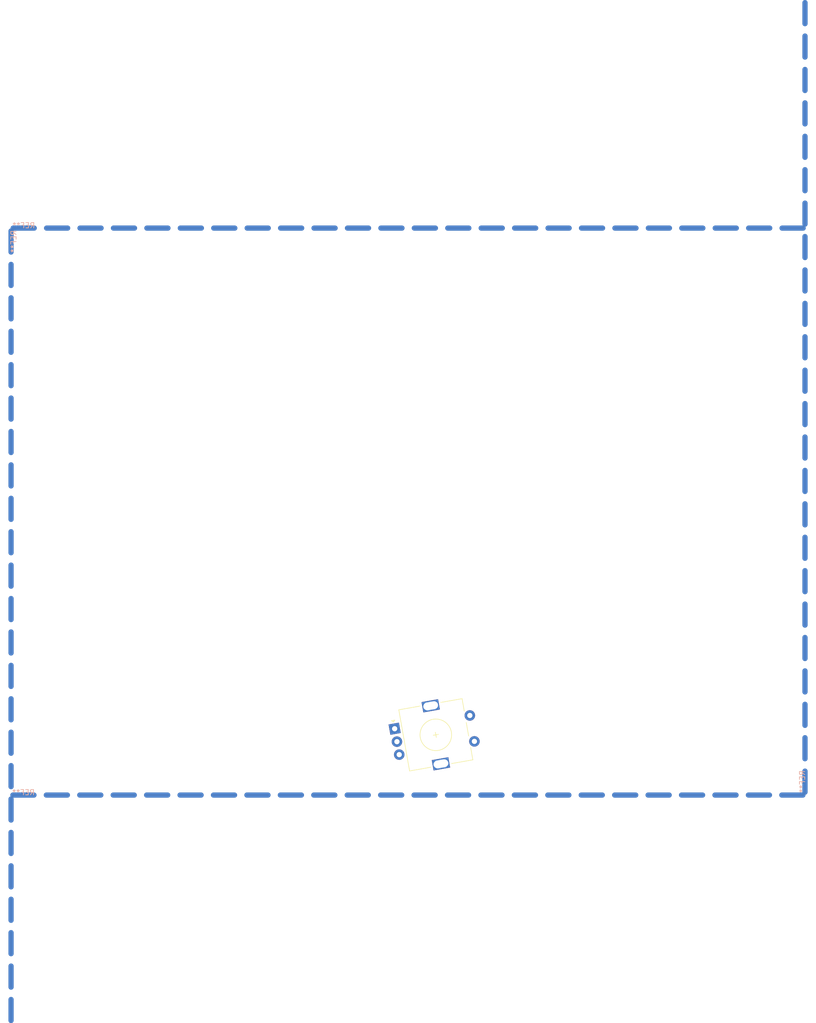
<source format=kicad_pcb>
(kicad_pcb (version 20171130) (host pcbnew 5.1.5+dfsg1-2build2)

  (general
    (thickness 1.6)
    (drawings 106)
    (tracks 0)
    (zones 0)
    (modules 26)
    (nets 6)
  )

  (page A4)
  (layers
    (0 F.Cu signal)
    (31 B.Cu signal)
    (32 B.Adhes user hide)
    (33 F.Adhes user hide)
    (34 B.Paste user hide)
    (35 F.Paste user hide)
    (36 B.SilkS user hide)
    (37 F.SilkS user hide)
    (38 B.Mask user hide)
    (39 F.Mask user hide)
    (40 Dwgs.User user hide)
    (41 Cmts.User user hide)
    (42 Eco1.User user hide)
    (43 Eco2.User user)
    (44 Edge.Cuts user)
    (45 Margin user hide)
    (46 B.CrtYd user hide)
    (47 F.CrtYd user)
    (48 B.Fab user hide)
    (49 F.Fab user hide)
  )

  (setup
    (last_trace_width 0.35)
    (trace_clearance 0.25)
    (zone_clearance 0.508)
    (zone_45_only no)
    (trace_min 0.3)
    (via_size 0.8)
    (via_drill 0.4)
    (via_min_size 0.5)
    (via_min_drill 0.4)
    (uvia_size 0.3)
    (uvia_drill 0.1)
    (uvias_allowed no)
    (uvia_min_size 0.2)
    (uvia_min_drill 0.1)
    (edge_width 0.05)
    (segment_width 0.2)
    (pcb_text_width 0.3)
    (pcb_text_size 1.5 1.5)
    (mod_edge_width 0.12)
    (mod_text_size 1 1)
    (mod_text_width 0.15)
    (pad_size 1.524 1.524)
    (pad_drill 0.762)
    (pad_to_mask_clearance 0.051)
    (solder_mask_min_width 0.25)
    (aux_axis_origin 0 0)
    (visible_elements FFFFF77F)
    (pcbplotparams
      (layerselection 0x010fc_ffffffff)
      (usegerberextensions false)
      (usegerberattributes false)
      (usegerberadvancedattributes false)
      (creategerberjobfile false)
      (excludeedgelayer true)
      (linewidth 0.100000)
      (plotframeref false)
      (viasonmask false)
      (mode 1)
      (useauxorigin false)
      (hpglpennumber 1)
      (hpglpenspeed 20)
      (hpglpendiameter 15.000000)
      (psnegative false)
      (psa4output false)
      (plotreference true)
      (plotvalue true)
      (plotinvisibletext false)
      (padsonsilk false)
      (subtractmaskfromsilk false)
      (outputformat 1)
      (mirror false)
      (drillshape 1)
      (scaleselection 1)
      (outputdirectory ""))
  )

  (net 0 "")
  (net 1 "Net-(D3-Pad1)")
  (net 2 "Net-(D13-Pad1)")
  (net 3 "Net-(D23-Pad2)")
  (net 4 Row3)
  (net 5 Col2)

  (net_class Default "This is the default net class."
    (clearance 0.25)
    (trace_width 0.35)
    (via_dia 0.8)
    (via_drill 0.4)
    (uvia_dia 0.3)
    (uvia_drill 0.1)
    (diff_pair_width 0.3)
    (diff_pair_gap 0.25)
    (add_net Col2)
    (add_net "Net-(D13-Pad1)")
    (add_net "Net-(D23-Pad2)")
    (add_net "Net-(D3-Pad1)")
    (add_net Row3)
  )

  (net_class Power ""
    (clearance 0.25)
    (trace_width 0.45)
    (via_dia 1)
    (via_drill 0.4)
    (uvia_dia 0.3)
    (uvia_drill 0.1)
    (diff_pair_width 0.3)
    (diff_pair_gap 0.25)
  )

  (module Digi:Long_Pad_single_sided (layer B.Cu) (tedit 5F2CBB43) (tstamp 5F2E7962)
    (at 64.4 45.5 270)
    (fp_text reference REF** (at 0 -0.5 90) (layer B.SilkS)
      (effects (font (size 1 1) (thickness 0.15)) (justify mirror))
    )
    (fp_text value Long_Pad_single_sided (at 0 0.5 90) (layer B.Fab)
      (effects (font (size 1 1) (thickness 0.15)) (justify mirror))
    )
    (pad 1 smd oval (at 0 0 270) (size 5 1) (layers B.Cu B.Paste B.Mask))
    (pad 1 smd oval (at 6.35 0 270) (size 5 1) (layers B.Cu B.Paste B.Mask))
    (pad 1 smd oval (at 12.7 0 270) (size 5 1) (layers B.Cu B.Paste B.Mask))
    (pad 1 smd oval (at 19.05 0 270) (size 5 1) (layers B.Cu B.Paste B.Mask))
    (pad 1 smd oval (at 25.4 0 270) (size 5 1) (layers B.Cu B.Paste B.Mask))
    (pad 1 smd oval (at 31.75 0 270) (size 5 1) (layers B.Cu B.Paste B.Mask))
    (pad 1 smd oval (at 38.1 0 270) (size 5 1) (layers B.Cu B.Paste B.Mask))
    (pad 1 smd oval (at 44.45 0 270) (size 5 1) (layers B.Cu B.Paste B.Mask))
    (pad 1 smd oval (at 50.8 0 270) (size 5 1) (layers B.Cu B.Paste B.Mask))
    (pad 1 smd oval (at 57.15 0 270) (size 5 1) (layers B.Cu B.Paste B.Mask))
    (pad 1 smd oval (at 63.5 0 270) (size 5 1) (layers B.Cu B.Paste B.Mask))
    (pad 1 smd oval (at 69.85 0 270) (size 5 1) (layers B.Cu B.Paste B.Mask))
    (pad 1 smd oval (at 76.2 0 270) (size 5 1) (layers B.Cu B.Paste B.Mask))
    (pad 1 smd oval (at 82.55 0 270) (size 5 1) (layers B.Cu B.Paste B.Mask))
    (pad 1 smd oval (at 88.9 0 270) (size 5 1) (layers B.Cu B.Paste B.Mask))
    (pad 1 smd oval (at 95.25 0 270) (size 5 1) (layers B.Cu B.Paste B.Mask))
    (pad 1 smd oval (at 101.6 0 270) (size 5 1) (layers B.Cu B.Paste B.Mask))
    (pad 1 smd oval (at 107.95 0 270) (size 5 1) (layers B.Cu B.Paste B.Mask))
    (pad 1 smd oval (at 114.3 0 270) (size 5 1) (layers B.Cu B.Paste B.Mask))
    (pad 1 smd oval (at 120.65 0 270) (size 5 1) (layers B.Cu B.Paste B.Mask))
    (pad 1 smd oval (at 127 0 270) (size 5 1) (layers B.Cu B.Paste B.Mask))
    (pad 1 smd oval (at 133.35 0 270) (size 5 1) (layers B.Cu B.Paste B.Mask))
    (pad 1 smd oval (at 139.7 0 270) (size 5 1) (layers B.Cu B.Paste B.Mask))
    (pad 1 smd oval (at 146.05 0 270) (size 5 1) (layers B.Cu B.Paste B.Mask))
  )

  (module Digi:Long_Pad_single_sided (layer B.Cu) (tedit 5F2CBB43) (tstamp 5F2E7962)
    (at 215.2 148.15 90)
    (fp_text reference REF** (at 0 -0.5 90) (layer B.SilkS)
      (effects (font (size 1 1) (thickness 0.15)) (justify mirror))
    )
    (fp_text value Long_Pad_single_sided (at 0 0.5 90) (layer B.Fab)
      (effects (font (size 1 1) (thickness 0.15)) (justify mirror))
    )
    (pad 1 smd oval (at 0 0 90) (size 5 1) (layers B.Cu B.Paste B.Mask))
    (pad 1 smd oval (at 6.35 0 90) (size 5 1) (layers B.Cu B.Paste B.Mask))
    (pad 1 smd oval (at 12.7 0 90) (size 5 1) (layers B.Cu B.Paste B.Mask))
    (pad 1 smd oval (at 19.05 0 90) (size 5 1) (layers B.Cu B.Paste B.Mask))
    (pad 1 smd oval (at 25.4 0 90) (size 5 1) (layers B.Cu B.Paste B.Mask))
    (pad 1 smd oval (at 31.75 0 90) (size 5 1) (layers B.Cu B.Paste B.Mask))
    (pad 1 smd oval (at 38.1 0 90) (size 5 1) (layers B.Cu B.Paste B.Mask))
    (pad 1 smd oval (at 44.45 0 90) (size 5 1) (layers B.Cu B.Paste B.Mask))
    (pad 1 smd oval (at 50.8 0 90) (size 5 1) (layers B.Cu B.Paste B.Mask))
    (pad 1 smd oval (at 57.15 0 90) (size 5 1) (layers B.Cu B.Paste B.Mask))
    (pad 1 smd oval (at 63.5 0 90) (size 5 1) (layers B.Cu B.Paste B.Mask))
    (pad 1 smd oval (at 69.85 0 90) (size 5 1) (layers B.Cu B.Paste B.Mask))
    (pad 1 smd oval (at 76.2 0 90) (size 5 1) (layers B.Cu B.Paste B.Mask))
    (pad 1 smd oval (at 82.55 0 90) (size 5 1) (layers B.Cu B.Paste B.Mask))
    (pad 1 smd oval (at 88.9 0 90) (size 5 1) (layers B.Cu B.Paste B.Mask))
    (pad 1 smd oval (at 95.25 0 90) (size 5 1) (layers B.Cu B.Paste B.Mask))
    (pad 1 smd oval (at 101.6 0 90) (size 5 1) (layers B.Cu B.Paste B.Mask))
    (pad 1 smd oval (at 107.95 0 90) (size 5 1) (layers B.Cu B.Paste B.Mask))
    (pad 1 smd oval (at 114.3 0 90) (size 5 1) (layers B.Cu B.Paste B.Mask))
    (pad 1 smd oval (at 120.65 0 90) (size 5 1) (layers B.Cu B.Paste B.Mask))
    (pad 1 smd oval (at 127 0 90) (size 5 1) (layers B.Cu B.Paste B.Mask))
    (pad 1 smd oval (at 133.35 0 90) (size 5 1) (layers B.Cu B.Paste B.Mask))
    (pad 1 smd oval (at 139.7 0 90) (size 5 1) (layers B.Cu B.Paste B.Mask))
    (pad 1 smd oval (at 146.05 0 90) (size 5 1) (layers B.Cu B.Paste B.Mask))
  )

  (module Digi:Long_Pad_single_sided (layer B.Cu) (tedit 5F2CBB43) (tstamp 5F2E7962)
    (at 66.75 150.7)
    (fp_text reference REF** (at 0 -0.5) (layer B.SilkS)
      (effects (font (size 1 1) (thickness 0.15)) (justify mirror))
    )
    (fp_text value Long_Pad_single_sided (at 0 0.5) (layer B.Fab)
      (effects (font (size 1 1) (thickness 0.15)) (justify mirror))
    )
    (pad 1 smd oval (at 0 0) (size 5 1) (layers B.Cu B.Paste B.Mask))
    (pad 1 smd oval (at 6.35 0) (size 5 1) (layers B.Cu B.Paste B.Mask))
    (pad 1 smd oval (at 12.7 0) (size 5 1) (layers B.Cu B.Paste B.Mask))
    (pad 1 smd oval (at 19.05 0) (size 5 1) (layers B.Cu B.Paste B.Mask))
    (pad 1 smd oval (at 25.4 0) (size 5 1) (layers B.Cu B.Paste B.Mask))
    (pad 1 smd oval (at 31.75 0) (size 5 1) (layers B.Cu B.Paste B.Mask))
    (pad 1 smd oval (at 38.1 0) (size 5 1) (layers B.Cu B.Paste B.Mask))
    (pad 1 smd oval (at 44.45 0) (size 5 1) (layers B.Cu B.Paste B.Mask))
    (pad 1 smd oval (at 50.8 0) (size 5 1) (layers B.Cu B.Paste B.Mask))
    (pad 1 smd oval (at 57.15 0) (size 5 1) (layers B.Cu B.Paste B.Mask))
    (pad 1 smd oval (at 63.5 0) (size 5 1) (layers B.Cu B.Paste B.Mask))
    (pad 1 smd oval (at 69.85 0) (size 5 1) (layers B.Cu B.Paste B.Mask))
    (pad 1 smd oval (at 76.2 0) (size 5 1) (layers B.Cu B.Paste B.Mask))
    (pad 1 smd oval (at 82.55 0) (size 5 1) (layers B.Cu B.Paste B.Mask))
    (pad 1 smd oval (at 88.9 0) (size 5 1) (layers B.Cu B.Paste B.Mask))
    (pad 1 smd oval (at 95.25 0) (size 5 1) (layers B.Cu B.Paste B.Mask))
    (pad 1 smd oval (at 101.6 0) (size 5 1) (layers B.Cu B.Paste B.Mask))
    (pad 1 smd oval (at 107.95 0) (size 5 1) (layers B.Cu B.Paste B.Mask))
    (pad 1 smd oval (at 114.3 0) (size 5 1) (layers B.Cu B.Paste B.Mask))
    (pad 1 smd oval (at 120.65 0) (size 5 1) (layers B.Cu B.Paste B.Mask))
    (pad 1 smd oval (at 127 0) (size 5 1) (layers B.Cu B.Paste B.Mask))
    (pad 1 smd oval (at 133.35 0) (size 5 1) (layers B.Cu B.Paste B.Mask))
    (pad 1 smd oval (at 139.7 0) (size 5 1) (layers B.Cu B.Paste B.Mask))
    (pad 1 smd oval (at 146.05 0) (size 5 1) (layers B.Cu B.Paste B.Mask))
  )

  (module Digi:Long_Pad_single_sided (layer B.Cu) (tedit 5F2CBB43) (tstamp 5F2E7960)
    (at 66.8 42.95)
    (fp_text reference REF** (at 0 -0.5) (layer B.SilkS)
      (effects (font (size 1 1) (thickness 0.15)) (justify mirror))
    )
    (fp_text value Long_Pad_single_sided (at 0 0.5) (layer B.Fab)
      (effects (font (size 1 1) (thickness 0.15)) (justify mirror))
    )
    (pad 1 smd oval (at 146.05 0) (size 5 1) (layers B.Cu B.Paste B.Mask))
    (pad 1 smd oval (at 139.7 0) (size 5 1) (layers B.Cu B.Paste B.Mask))
    (pad 1 smd oval (at 133.35 0) (size 5 1) (layers B.Cu B.Paste B.Mask))
    (pad 1 smd oval (at 127 0) (size 5 1) (layers B.Cu B.Paste B.Mask))
    (pad 1 smd oval (at 120.65 0) (size 5 1) (layers B.Cu B.Paste B.Mask))
    (pad 1 smd oval (at 114.3 0) (size 5 1) (layers B.Cu B.Paste B.Mask))
    (pad 1 smd oval (at 107.95 0) (size 5 1) (layers B.Cu B.Paste B.Mask))
    (pad 1 smd oval (at 101.6 0) (size 5 1) (layers B.Cu B.Paste B.Mask))
    (pad 1 smd oval (at 95.25 0) (size 5 1) (layers B.Cu B.Paste B.Mask))
    (pad 1 smd oval (at 88.9 0) (size 5 1) (layers B.Cu B.Paste B.Mask))
    (pad 1 smd oval (at 82.55 0) (size 5 1) (layers B.Cu B.Paste B.Mask))
    (pad 1 smd oval (at 76.2 0) (size 5 1) (layers B.Cu B.Paste B.Mask))
    (pad 1 smd oval (at 69.85 0) (size 5 1) (layers B.Cu B.Paste B.Mask))
    (pad 1 smd oval (at 63.5 0) (size 5 1) (layers B.Cu B.Paste B.Mask))
    (pad 1 smd oval (at 57.15 0) (size 5 1) (layers B.Cu B.Paste B.Mask))
    (pad 1 smd oval (at 50.8 0) (size 5 1) (layers B.Cu B.Paste B.Mask))
    (pad 1 smd oval (at 44.45 0) (size 5 1) (layers B.Cu B.Paste B.Mask))
    (pad 1 smd oval (at 38.1 0) (size 5 1) (layers B.Cu B.Paste B.Mask))
    (pad 1 smd oval (at 31.75 0) (size 5 1) (layers B.Cu B.Paste B.Mask))
    (pad 1 smd oval (at 25.4 0) (size 5 1) (layers B.Cu B.Paste B.Mask))
    (pad 1 smd oval (at 19.05 0) (size 5 1) (layers B.Cu B.Paste B.Mask))
    (pad 1 smd oval (at 12.7 0) (size 5 1) (layers B.Cu B.Paste B.Mask))
    (pad 1 smd oval (at 6.35 0) (size 5 1) (layers B.Cu B.Paste B.Mask))
    (pad 1 smd oval (at 0 0) (size 5 1) (layers B.Cu B.Paste B.Mask))
  )

  (module Digi:Plate-1u locked (layer F.Cu) (tedit 5F2B95C2) (tstamp 5F2BC38B)
    (at 76.65 74.6)
    (path /5E1AA260)
    (fp_text reference K0 (at 0 3.175) (layer F.SilkS) hide
      (effects (font (size 1.27 1.524) (thickness 0.2032)))
    )
    (fp_text value K00 (at 0 5.08) (layer F.SilkS) hide
      (effects (font (size 1.27 1.524) (thickness 0.2032)))
    )
    (fp_line (start -6.985 6.985) (end -6.985 -6.985) (layer Eco2.User) (width 0.1524))
    (fp_line (start 6.985 6.985) (end -6.985 6.985) (layer Eco2.User) (width 0.1524))
    (fp_line (start 6.985 -6.985) (end 6.985 6.985) (layer Eco2.User) (width 0.1524))
    (fp_line (start -6.985 -6.985) (end 6.985 -6.985) (layer Eco2.User) (width 0.1524))
    (fp_line (start -9.398 9.398) (end -9.398 -9.398) (layer Dwgs.User) (width 0.1524))
    (fp_line (start 9.398 9.398) (end -9.398 9.398) (layer Dwgs.User) (width 0.1524))
    (fp_line (start 9.398 -9.398) (end 9.398 9.398) (layer Dwgs.User) (width 0.1524))
    (fp_line (start -9.398 -9.398) (end 9.398 -9.398) (layer Dwgs.User) (width 0.1524))
    (model /Users/danny/Documents/proj/custom-keyboard/kicad-libs/3d_models/mx-switch.wrl
      (offset (xyz 7.4675998878479 7.4675998878479 5.943599910736085))
      (scale (xyz 0.4 0.4 0.4))
      (rotate (xyz 270 0 180))
    )
    (model /Users/danny/Documents/proj/custom-keyboard/kicad-libs/3d_models/SA-R3-1u.wrl
      (offset (xyz 0 0 11.93799982070923))
      (scale (xyz 0.394 0.394 0.394))
      (rotate (xyz 270 0 0))
    )
  )

  (module Digi:Plate-1u locked (layer F.Cu) (tedit 5F2B95C2) (tstamp 5F2BC3B2)
    (at 76.65 93.65)
    (path /5E1AA21A)
    (fp_text reference K1 (at 0 3.175) (layer F.SilkS) hide
      (effects (font (size 1.27 1.524) (thickness 0.2032)))
    )
    (fp_text value K01 (at 0 5.08) (layer F.SilkS) hide
      (effects (font (size 1.27 1.524) (thickness 0.2032)))
    )
    (fp_line (start -6.985 6.985) (end -6.985 -6.985) (layer Eco2.User) (width 0.1524))
    (fp_line (start 6.985 6.985) (end -6.985 6.985) (layer Eco2.User) (width 0.1524))
    (fp_line (start 6.985 -6.985) (end 6.985 6.985) (layer Eco2.User) (width 0.1524))
    (fp_line (start -6.985 -6.985) (end 6.985 -6.985) (layer Eco2.User) (width 0.1524))
    (fp_line (start -9.398 9.398) (end -9.398 -9.398) (layer Dwgs.User) (width 0.1524))
    (fp_line (start 9.398 9.398) (end -9.398 9.398) (layer Dwgs.User) (width 0.1524))
    (fp_line (start 9.398 -9.398) (end 9.398 9.398) (layer Dwgs.User) (width 0.1524))
    (fp_line (start -9.398 -9.398) (end 9.398 -9.398) (layer Dwgs.User) (width 0.1524))
    (model /Users/danny/Documents/proj/custom-keyboard/kicad-libs/3d_models/mx-switch.wrl
      (offset (xyz 7.4675998878479 7.4675998878479 5.943599910736085))
      (scale (xyz 0.4 0.4 0.4))
      (rotate (xyz 270 0 180))
    )
    (model /Users/danny/Documents/proj/custom-keyboard/kicad-libs/3d_models/SA-R3-1u.wrl
      (offset (xyz 0 0 11.93799982070923))
      (scale (xyz 0.394 0.394 0.394))
      (rotate (xyz 270 0 0))
    )
  )

  (module Digi:Plate-1u locked (layer F.Cu) (tedit 5F2B95C2) (tstamp 5F2BC3D9)
    (at 76.65 112.7)
    (path /5E1AA1BA)
    (fp_text reference K2 (at 0 3.175) (layer F.SilkS) hide
      (effects (font (size 1.27 1.524) (thickness 0.2032)))
    )
    (fp_text value K02 (at 0 5.08) (layer F.SilkS) hide
      (effects (font (size 1.27 1.524) (thickness 0.2032)))
    )
    (fp_line (start -6.985 6.985) (end -6.985 -6.985) (layer Eco2.User) (width 0.1524))
    (fp_line (start 6.985 6.985) (end -6.985 6.985) (layer Eco2.User) (width 0.1524))
    (fp_line (start 6.985 -6.985) (end 6.985 6.985) (layer Eco2.User) (width 0.1524))
    (fp_line (start -6.985 -6.985) (end 6.985 -6.985) (layer Eco2.User) (width 0.1524))
    (fp_line (start -9.398 9.398) (end -9.398 -9.398) (layer Dwgs.User) (width 0.1524))
    (fp_line (start 9.398 9.398) (end -9.398 9.398) (layer Dwgs.User) (width 0.1524))
    (fp_line (start 9.398 -9.398) (end 9.398 9.398) (layer Dwgs.User) (width 0.1524))
    (fp_line (start -9.398 -9.398) (end 9.398 -9.398) (layer Dwgs.User) (width 0.1524))
    (model /Users/danny/Documents/proj/custom-keyboard/kicad-libs/3d_models/mx-switch.wrl
      (offset (xyz 7.4675998878479 7.4675998878479 5.943599910736085))
      (scale (xyz 0.4 0.4 0.4))
      (rotate (xyz 270 0 180))
    )
    (model /Users/danny/Documents/proj/custom-keyboard/kicad-libs/3d_models/SA-R3-1u.wrl
      (offset (xyz 0 0 11.93799982070923))
      (scale (xyz 0.394 0.394 0.394))
      (rotate (xyz 270 0 0))
    )
  )

  (module Digi:Plate-1u locked (layer F.Cu) (tedit 5F2B95C2) (tstamp 5F2BC400)
    (at 95.7 74.6)
    (path /5F2E8D90)
    (fp_text reference K10 (at 0 3.175) (layer F.SilkS) hide
      (effects (font (size 1.27 1.524) (thickness 0.2032)))
    )
    (fp_text value K10 (at 0 5.08) (layer F.SilkS) hide
      (effects (font (size 1.27 1.524) (thickness 0.2032)))
    )
    (fp_line (start -6.985 6.985) (end -6.985 -6.985) (layer Eco2.User) (width 0.1524))
    (fp_line (start 6.985 6.985) (end -6.985 6.985) (layer Eco2.User) (width 0.1524))
    (fp_line (start 6.985 -6.985) (end 6.985 6.985) (layer Eco2.User) (width 0.1524))
    (fp_line (start -6.985 -6.985) (end 6.985 -6.985) (layer Eco2.User) (width 0.1524))
    (fp_line (start -9.398 9.398) (end -9.398 -9.398) (layer Dwgs.User) (width 0.1524))
    (fp_line (start 9.398 9.398) (end -9.398 9.398) (layer Dwgs.User) (width 0.1524))
    (fp_line (start 9.398 -9.398) (end 9.398 9.398) (layer Dwgs.User) (width 0.1524))
    (fp_line (start -9.398 -9.398) (end 9.398 -9.398) (layer Dwgs.User) (width 0.1524))
    (model /Users/danny/Documents/proj/custom-keyboard/kicad-libs/3d_models/mx-switch.wrl
      (offset (xyz 7.4675998878479 7.4675998878479 5.943599910736085))
      (scale (xyz 0.4 0.4 0.4))
      (rotate (xyz 270 0 180))
    )
    (model /Users/danny/Documents/proj/custom-keyboard/kicad-libs/3d_models/SA-R3-1u.wrl
      (offset (xyz 0 0 11.93799982070923))
      (scale (xyz 0.394 0.394 0.394))
      (rotate (xyz 270 0 0))
    )
  )

  (module Digi:Plate-1u locked (layer F.Cu) (tedit 5F2B95C2) (tstamp 5F2BC427)
    (at 95.7 93.65)
    (path /5F2E8D89)
    (fp_text reference K11 (at 0 3.175) (layer F.SilkS) hide
      (effects (font (size 1.27 1.524) (thickness 0.2032)))
    )
    (fp_text value K11 (at 0 5.08) (layer F.SilkS) hide
      (effects (font (size 1.27 1.524) (thickness 0.2032)))
    )
    (fp_line (start -6.985 6.985) (end -6.985 -6.985) (layer Eco2.User) (width 0.1524))
    (fp_line (start 6.985 6.985) (end -6.985 6.985) (layer Eco2.User) (width 0.1524))
    (fp_line (start 6.985 -6.985) (end 6.985 6.985) (layer Eco2.User) (width 0.1524))
    (fp_line (start -6.985 -6.985) (end 6.985 -6.985) (layer Eco2.User) (width 0.1524))
    (fp_line (start -9.398 9.398) (end -9.398 -9.398) (layer Dwgs.User) (width 0.1524))
    (fp_line (start 9.398 9.398) (end -9.398 9.398) (layer Dwgs.User) (width 0.1524))
    (fp_line (start 9.398 -9.398) (end 9.398 9.398) (layer Dwgs.User) (width 0.1524))
    (fp_line (start -9.398 -9.398) (end 9.398 -9.398) (layer Dwgs.User) (width 0.1524))
    (model /Users/danny/Documents/proj/custom-keyboard/kicad-libs/3d_models/mx-switch.wrl
      (offset (xyz 7.4675998878479 7.4675998878479 5.943599910736085))
      (scale (xyz 0.4 0.4 0.4))
      (rotate (xyz 270 0 180))
    )
    (model /Users/danny/Documents/proj/custom-keyboard/kicad-libs/3d_models/SA-R3-1u.wrl
      (offset (xyz 0 0 11.93799982070923))
      (scale (xyz 0.394 0.394 0.394))
      (rotate (xyz 270 0 0))
    )
  )

  (module Digi:Plate-1u locked (layer F.Cu) (tedit 5F2B95C2) (tstamp 5F2BC44E)
    (at 95.7 112.7)
    (path /5F2E8D83)
    (fp_text reference K12 (at 0 3.175) (layer F.SilkS) hide
      (effects (font (size 1.27 1.524) (thickness 0.2032)))
    )
    (fp_text value K12 (at 0 5.08) (layer F.SilkS) hide
      (effects (font (size 1.27 1.524) (thickness 0.2032)))
    )
    (fp_line (start -6.985 6.985) (end -6.985 -6.985) (layer Eco2.User) (width 0.1524))
    (fp_line (start 6.985 6.985) (end -6.985 6.985) (layer Eco2.User) (width 0.1524))
    (fp_line (start 6.985 -6.985) (end 6.985 6.985) (layer Eco2.User) (width 0.1524))
    (fp_line (start -6.985 -6.985) (end 6.985 -6.985) (layer Eco2.User) (width 0.1524))
    (fp_line (start -9.398 9.398) (end -9.398 -9.398) (layer Dwgs.User) (width 0.1524))
    (fp_line (start 9.398 9.398) (end -9.398 9.398) (layer Dwgs.User) (width 0.1524))
    (fp_line (start 9.398 -9.398) (end 9.398 9.398) (layer Dwgs.User) (width 0.1524))
    (fp_line (start -9.398 -9.398) (end 9.398 -9.398) (layer Dwgs.User) (width 0.1524))
    (model /Users/danny/Documents/proj/custom-keyboard/kicad-libs/3d_models/mx-switch.wrl
      (offset (xyz 7.4675998878479 7.4675998878479 5.943599910736085))
      (scale (xyz 0.4 0.4 0.4))
      (rotate (xyz 270 0 180))
    )
    (model /Users/danny/Documents/proj/custom-keyboard/kicad-libs/3d_models/SA-R3-1u.wrl
      (offset (xyz 0 0 11.93799982070923))
      (scale (xyz 0.394 0.394 0.394))
      (rotate (xyz 270 0 0))
    )
  )

  (module Digi:Plate-1u locked (layer F.Cu) (tedit 5F2B95C2) (tstamp 5F2BC475)
    (at 114.75 62.03)
    (path /5F2EC260)
    (fp_text reference K20 (at 0 3.175) (layer F.SilkS) hide
      (effects (font (size 1.27 1.524) (thickness 0.2032)))
    )
    (fp_text value K20 (at 0 5.08) (layer F.SilkS) hide
      (effects (font (size 1.27 1.524) (thickness 0.2032)))
    )
    (fp_line (start -6.985 6.985) (end -6.985 -6.985) (layer Eco2.User) (width 0.1524))
    (fp_line (start 6.985 6.985) (end -6.985 6.985) (layer Eco2.User) (width 0.1524))
    (fp_line (start 6.985 -6.985) (end 6.985 6.985) (layer Eco2.User) (width 0.1524))
    (fp_line (start -6.985 -6.985) (end 6.985 -6.985) (layer Eco2.User) (width 0.1524))
    (fp_line (start -9.398 9.398) (end -9.398 -9.398) (layer Dwgs.User) (width 0.1524))
    (fp_line (start 9.398 9.398) (end -9.398 9.398) (layer Dwgs.User) (width 0.1524))
    (fp_line (start 9.398 -9.398) (end 9.398 9.398) (layer Dwgs.User) (width 0.1524))
    (fp_line (start -9.398 -9.398) (end 9.398 -9.398) (layer Dwgs.User) (width 0.1524))
    (model /Users/danny/Documents/proj/custom-keyboard/kicad-libs/3d_models/mx-switch.wrl
      (offset (xyz 7.4675998878479 7.4675998878479 5.943599910736085))
      (scale (xyz 0.4 0.4 0.4))
      (rotate (xyz 270 0 180))
    )
    (model /Users/danny/Documents/proj/custom-keyboard/kicad-libs/3d_models/SA-R3-1u.wrl
      (offset (xyz 0 0 11.93799982070923))
      (scale (xyz 0.394 0.394 0.394))
      (rotate (xyz 270 0 0))
    )
  )

  (module Digi:Plate-1u locked (layer F.Cu) (tedit 5F2B95C2) (tstamp 5F2BC49C)
    (at 114.75 81.08)
    (path /5F2EC259)
    (fp_text reference K21 (at 0 3.175) (layer F.SilkS) hide
      (effects (font (size 1.27 1.524) (thickness 0.2032)))
    )
    (fp_text value K21 (at 0 5.08) (layer F.SilkS) hide
      (effects (font (size 1.27 1.524) (thickness 0.2032)))
    )
    (fp_line (start -6.985 6.985) (end -6.985 -6.985) (layer Eco2.User) (width 0.1524))
    (fp_line (start 6.985 6.985) (end -6.985 6.985) (layer Eco2.User) (width 0.1524))
    (fp_line (start 6.985 -6.985) (end 6.985 6.985) (layer Eco2.User) (width 0.1524))
    (fp_line (start -6.985 -6.985) (end 6.985 -6.985) (layer Eco2.User) (width 0.1524))
    (fp_line (start -9.398 9.398) (end -9.398 -9.398) (layer Dwgs.User) (width 0.1524))
    (fp_line (start 9.398 9.398) (end -9.398 9.398) (layer Dwgs.User) (width 0.1524))
    (fp_line (start 9.398 -9.398) (end 9.398 9.398) (layer Dwgs.User) (width 0.1524))
    (fp_line (start -9.398 -9.398) (end 9.398 -9.398) (layer Dwgs.User) (width 0.1524))
    (model /Users/danny/Documents/proj/custom-keyboard/kicad-libs/3d_models/mx-switch.wrl
      (offset (xyz 7.4675998878479 7.4675998878479 5.943599910736085))
      (scale (xyz 0.4 0.4 0.4))
      (rotate (xyz 270 0 180))
    )
    (model /Users/danny/Documents/proj/custom-keyboard/kicad-libs/3d_models/SA-R3-1u.wrl
      (offset (xyz 0 0 11.93799982070923))
      (scale (xyz 0.394 0.394 0.394))
      (rotate (xyz 270 0 0))
    )
  )

  (module Digi:Plate-1u locked (layer F.Cu) (tedit 5F2B95C2) (tstamp 5F2BC4C3)
    (at 114.75 100.13)
    (path /5F2EC253)
    (fp_text reference K22 (at 0 3.175) (layer F.SilkS) hide
      (effects (font (size 1.27 1.524) (thickness 0.2032)))
    )
    (fp_text value K22 (at 0 5.08) (layer F.SilkS) hide
      (effects (font (size 1.27 1.524) (thickness 0.2032)))
    )
    (fp_line (start -6.985 6.985) (end -6.985 -6.985) (layer Eco2.User) (width 0.1524))
    (fp_line (start 6.985 6.985) (end -6.985 6.985) (layer Eco2.User) (width 0.1524))
    (fp_line (start 6.985 -6.985) (end 6.985 6.985) (layer Eco2.User) (width 0.1524))
    (fp_line (start -6.985 -6.985) (end 6.985 -6.985) (layer Eco2.User) (width 0.1524))
    (fp_line (start -9.398 9.398) (end -9.398 -9.398) (layer Dwgs.User) (width 0.1524))
    (fp_line (start 9.398 9.398) (end -9.398 9.398) (layer Dwgs.User) (width 0.1524))
    (fp_line (start 9.398 -9.398) (end 9.398 9.398) (layer Dwgs.User) (width 0.1524))
    (fp_line (start -9.398 -9.398) (end 9.398 -9.398) (layer Dwgs.User) (width 0.1524))
    (model /Users/danny/Documents/proj/custom-keyboard/kicad-libs/3d_models/mx-switch.wrl
      (offset (xyz 7.4675998878479 7.4675998878479 5.943599910736085))
      (scale (xyz 0.4 0.4 0.4))
      (rotate (xyz 270 0 180))
    )
    (model /Users/danny/Documents/proj/custom-keyboard/kicad-libs/3d_models/SA-R3-1u.wrl
      (offset (xyz 0 0 11.93799982070923))
      (scale (xyz 0.394 0.394 0.394))
      (rotate (xyz 270 0 0))
    )
  )

  (module Digi:Plate-1u locked (layer F.Cu) (tedit 5F2B95C2) (tstamp 5F2BC4EA)
    (at 133.8 55.32)
    (path /5F2EFE3F)
    (fp_text reference K30 (at 0 3.175) (layer F.SilkS) hide
      (effects (font (size 1.27 1.524) (thickness 0.2032)))
    )
    (fp_text value K30 (at 0 5.08) (layer F.SilkS) hide
      (effects (font (size 1.27 1.524) (thickness 0.2032)))
    )
    (fp_line (start -6.985 6.985) (end -6.985 -6.985) (layer Eco2.User) (width 0.1524))
    (fp_line (start 6.985 6.985) (end -6.985 6.985) (layer Eco2.User) (width 0.1524))
    (fp_line (start 6.985 -6.985) (end 6.985 6.985) (layer Eco2.User) (width 0.1524))
    (fp_line (start -6.985 -6.985) (end 6.985 -6.985) (layer Eco2.User) (width 0.1524))
    (fp_line (start -9.398 9.398) (end -9.398 -9.398) (layer Dwgs.User) (width 0.1524))
    (fp_line (start 9.398 9.398) (end -9.398 9.398) (layer Dwgs.User) (width 0.1524))
    (fp_line (start 9.398 -9.398) (end 9.398 9.398) (layer Dwgs.User) (width 0.1524))
    (fp_line (start -9.398 -9.398) (end 9.398 -9.398) (layer Dwgs.User) (width 0.1524))
    (model /Users/danny/Documents/proj/custom-keyboard/kicad-libs/3d_models/mx-switch.wrl
      (offset (xyz 7.4675998878479 7.4675998878479 5.943599910736085))
      (scale (xyz 0.4 0.4 0.4))
      (rotate (xyz 270 0 180))
    )
    (model /Users/danny/Documents/proj/custom-keyboard/kicad-libs/3d_models/SA-R3-1u.wrl
      (offset (xyz 0 0 11.93799982070923))
      (scale (xyz 0.394 0.394 0.394))
      (rotate (xyz 270 0 0))
    )
  )

  (module Digi:Plate-1u locked (layer F.Cu) (tedit 5F2B95C2) (tstamp 5F2BC511)
    (at 133.8 74.37)
    (path /5F2EFE38)
    (fp_text reference K31 (at 0 3.175) (layer F.SilkS) hide
      (effects (font (size 1.27 1.524) (thickness 0.2032)))
    )
    (fp_text value K31 (at 0 5.08) (layer F.SilkS) hide
      (effects (font (size 1.27 1.524) (thickness 0.2032)))
    )
    (fp_line (start -6.985 6.985) (end -6.985 -6.985) (layer Eco2.User) (width 0.1524))
    (fp_line (start 6.985 6.985) (end -6.985 6.985) (layer Eco2.User) (width 0.1524))
    (fp_line (start 6.985 -6.985) (end 6.985 6.985) (layer Eco2.User) (width 0.1524))
    (fp_line (start -6.985 -6.985) (end 6.985 -6.985) (layer Eco2.User) (width 0.1524))
    (fp_line (start -9.398 9.398) (end -9.398 -9.398) (layer Dwgs.User) (width 0.1524))
    (fp_line (start 9.398 9.398) (end -9.398 9.398) (layer Dwgs.User) (width 0.1524))
    (fp_line (start 9.398 -9.398) (end 9.398 9.398) (layer Dwgs.User) (width 0.1524))
    (fp_line (start -9.398 -9.398) (end 9.398 -9.398) (layer Dwgs.User) (width 0.1524))
    (model /Users/danny/Documents/proj/custom-keyboard/kicad-libs/3d_models/mx-switch.wrl
      (offset (xyz 7.4675998878479 7.4675998878479 5.943599910736085))
      (scale (xyz 0.4 0.4 0.4))
      (rotate (xyz 270 0 180))
    )
    (model /Users/danny/Documents/proj/custom-keyboard/kicad-libs/3d_models/SA-R3-1u.wrl
      (offset (xyz 0 0 11.93799982070923))
      (scale (xyz 0.394 0.394 0.394))
      (rotate (xyz 270 0 0))
    )
  )

  (module Digi:Plate-1u locked (layer F.Cu) (tedit 5F2B95C2) (tstamp 5F2BC538)
    (at 133.8 93.42)
    (path /5F2EFE32)
    (fp_text reference K32 (at 0 3.175) (layer F.SilkS) hide
      (effects (font (size 1.27 1.524) (thickness 0.2032)))
    )
    (fp_text value K32 (at 0 5.08) (layer F.SilkS) hide
      (effects (font (size 1.27 1.524) (thickness 0.2032)))
    )
    (fp_line (start -6.985 6.985) (end -6.985 -6.985) (layer Eco2.User) (width 0.1524))
    (fp_line (start 6.985 6.985) (end -6.985 6.985) (layer Eco2.User) (width 0.1524))
    (fp_line (start 6.985 -6.985) (end 6.985 6.985) (layer Eco2.User) (width 0.1524))
    (fp_line (start -6.985 -6.985) (end 6.985 -6.985) (layer Eco2.User) (width 0.1524))
    (fp_line (start -9.398 9.398) (end -9.398 -9.398) (layer Dwgs.User) (width 0.1524))
    (fp_line (start 9.398 9.398) (end -9.398 9.398) (layer Dwgs.User) (width 0.1524))
    (fp_line (start 9.398 -9.398) (end 9.398 9.398) (layer Dwgs.User) (width 0.1524))
    (fp_line (start -9.398 -9.398) (end 9.398 -9.398) (layer Dwgs.User) (width 0.1524))
    (model /Users/danny/Documents/proj/custom-keyboard/kicad-libs/3d_models/mx-switch.wrl
      (offset (xyz 7.4675998878479 7.4675998878479 5.943599910736085))
      (scale (xyz 0.4 0.4 0.4))
      (rotate (xyz 270 0 180))
    )
    (model /Users/danny/Documents/proj/custom-keyboard/kicad-libs/3d_models/SA-R3-1u.wrl
      (offset (xyz 0 0 11.93799982070923))
      (scale (xyz 0.394 0.394 0.394))
      (rotate (xyz 270 0 0))
    )
  )

  (module Digi:Plate-1u (layer F.Cu) (tedit 5F2B95C2) (tstamp 5F2BC55F)
    (at 163.84 135.95 10)
    (path /5F2EFE15)
    (fp_text reference K33 (at 0 3.175 10) (layer F.SilkS) hide
      (effects (font (size 1.27 1.524) (thickness 0.2032)))
    )
    (fp_text value K33 (at 0 5.08 10) (layer F.SilkS) hide
      (effects (font (size 1.27 1.524) (thickness 0.2032)))
    )
    (fp_line (start -6.985 6.985) (end -6.985 -6.985) (layer Eco2.User) (width 0.1524))
    (fp_line (start 6.985 6.985) (end -6.985 6.985) (layer Eco2.User) (width 0.1524))
    (fp_line (start 6.985 -6.985) (end 6.985 6.985) (layer Eco2.User) (width 0.1524))
    (fp_line (start -6.985 -6.985) (end 6.985 -6.985) (layer Eco2.User) (width 0.1524))
    (fp_line (start -9.398 9.398) (end -9.398 -9.398) (layer Dwgs.User) (width 0.1524))
    (fp_line (start 9.398 9.398) (end -9.398 9.398) (layer Dwgs.User) (width 0.1524))
    (fp_line (start 9.398 -9.398) (end 9.398 9.398) (layer Dwgs.User) (width 0.1524))
    (fp_line (start -9.398 -9.398) (end 9.398 -9.398) (layer Dwgs.User) (width 0.1524))
    (model /Users/danny/Documents/proj/custom-keyboard/kicad-libs/3d_models/mx-switch.wrl
      (offset (xyz 7.4675998878479 7.4675998878479 5.943599910736085))
      (scale (xyz 0.4 0.4 0.4))
      (rotate (xyz 270 0 180))
    )
    (model /Users/danny/Documents/proj/custom-keyboard/kicad-libs/3d_models/SA-R3-1u.wrl
      (offset (xyz 0 0 11.93799982070923))
      (scale (xyz 0.394 0.394 0.394))
      (rotate (xyz 270 0 0))
    )
  )

  (module Digi:Plate-1u locked (layer F.Cu) (tedit 5F2B95C2) (tstamp 5F2BC586)
    (at 152.85 65.51)
    (path /5F2F39FA)
    (fp_text reference K40 (at 0 3.175) (layer F.SilkS) hide
      (effects (font (size 1.27 1.524) (thickness 0.2032)))
    )
    (fp_text value K40 (at 0 5.08) (layer F.SilkS) hide
      (effects (font (size 1.27 1.524) (thickness 0.2032)))
    )
    (fp_line (start -6.985 6.985) (end -6.985 -6.985) (layer Eco2.User) (width 0.1524))
    (fp_line (start 6.985 6.985) (end -6.985 6.985) (layer Eco2.User) (width 0.1524))
    (fp_line (start 6.985 -6.985) (end 6.985 6.985) (layer Eco2.User) (width 0.1524))
    (fp_line (start -6.985 -6.985) (end 6.985 -6.985) (layer Eco2.User) (width 0.1524))
    (fp_line (start -9.398 9.398) (end -9.398 -9.398) (layer Dwgs.User) (width 0.1524))
    (fp_line (start 9.398 9.398) (end -9.398 9.398) (layer Dwgs.User) (width 0.1524))
    (fp_line (start 9.398 -9.398) (end 9.398 9.398) (layer Dwgs.User) (width 0.1524))
    (fp_line (start -9.398 -9.398) (end 9.398 -9.398) (layer Dwgs.User) (width 0.1524))
    (model /Users/danny/Documents/proj/custom-keyboard/kicad-libs/3d_models/mx-switch.wrl
      (offset (xyz 7.4675998878479 7.4675998878479 5.943599910736085))
      (scale (xyz 0.4 0.4 0.4))
      (rotate (xyz 270 0 180))
    )
    (model /Users/danny/Documents/proj/custom-keyboard/kicad-libs/3d_models/SA-R3-1u.wrl
      (offset (xyz 0 0 11.93799982070923))
      (scale (xyz 0.394 0.394 0.394))
      (rotate (xyz 270 0 0))
    )
  )

  (module Digi:Plate-1u locked (layer F.Cu) (tedit 5F2B95C2) (tstamp 5F2BC5AD)
    (at 152.85 84.56)
    (path /5F2F39F3)
    (fp_text reference K41 (at 0 3.175) (layer F.SilkS) hide
      (effects (font (size 1.27 1.524) (thickness 0.2032)))
    )
    (fp_text value K41 (at 0 5.08) (layer F.SilkS) hide
      (effects (font (size 1.27 1.524) (thickness 0.2032)))
    )
    (fp_line (start -6.985 6.985) (end -6.985 -6.985) (layer Eco2.User) (width 0.1524))
    (fp_line (start 6.985 6.985) (end -6.985 6.985) (layer Eco2.User) (width 0.1524))
    (fp_line (start 6.985 -6.985) (end 6.985 6.985) (layer Eco2.User) (width 0.1524))
    (fp_line (start -6.985 -6.985) (end 6.985 -6.985) (layer Eco2.User) (width 0.1524))
    (fp_line (start -9.398 9.398) (end -9.398 -9.398) (layer Dwgs.User) (width 0.1524))
    (fp_line (start 9.398 9.398) (end -9.398 9.398) (layer Dwgs.User) (width 0.1524))
    (fp_line (start 9.398 -9.398) (end 9.398 9.398) (layer Dwgs.User) (width 0.1524))
    (fp_line (start -9.398 -9.398) (end 9.398 -9.398) (layer Dwgs.User) (width 0.1524))
    (model /Users/danny/Documents/proj/custom-keyboard/kicad-libs/3d_models/mx-switch.wrl
      (offset (xyz 7.4675998878479 7.4675998878479 5.943599910736085))
      (scale (xyz 0.4 0.4 0.4))
      (rotate (xyz 270 0 180))
    )
    (model /Users/danny/Documents/proj/custom-keyboard/kicad-libs/3d_models/SA-R3-1u.wrl
      (offset (xyz 0 0 11.93799982070923))
      (scale (xyz 0.394 0.394 0.394))
      (rotate (xyz 270 0 0))
    )
  )

  (module Digi:Plate-1u locked (layer F.Cu) (tedit 5F2B95C2) (tstamp 5F2BC5D4)
    (at 152.85 103.61)
    (path /5F2F39ED)
    (fp_text reference K42 (at 0 3.175) (layer F.SilkS) hide
      (effects (font (size 1.27 1.524) (thickness 0.2032)))
    )
    (fp_text value K42 (at 0 5.08) (layer F.SilkS) hide
      (effects (font (size 1.27 1.524) (thickness 0.2032)))
    )
    (fp_line (start -6.985 6.985) (end -6.985 -6.985) (layer Eco2.User) (width 0.1524))
    (fp_line (start 6.985 6.985) (end -6.985 6.985) (layer Eco2.User) (width 0.1524))
    (fp_line (start 6.985 -6.985) (end 6.985 6.985) (layer Eco2.User) (width 0.1524))
    (fp_line (start -6.985 -6.985) (end 6.985 -6.985) (layer Eco2.User) (width 0.1524))
    (fp_line (start -9.398 9.398) (end -9.398 -9.398) (layer Dwgs.User) (width 0.1524))
    (fp_line (start 9.398 9.398) (end -9.398 9.398) (layer Dwgs.User) (width 0.1524))
    (fp_line (start 9.398 -9.398) (end 9.398 9.398) (layer Dwgs.User) (width 0.1524))
    (fp_line (start -9.398 -9.398) (end 9.398 -9.398) (layer Dwgs.User) (width 0.1524))
    (model /Users/danny/Documents/proj/custom-keyboard/kicad-libs/3d_models/mx-switch.wrl
      (offset (xyz 7.4675998878479 7.4675998878479 5.943599910736085))
      (scale (xyz 0.4 0.4 0.4))
      (rotate (xyz 270 0 180))
    )
    (model /Users/danny/Documents/proj/custom-keyboard/kicad-libs/3d_models/SA-R3-1u.wrl
      (offset (xyz 0 0 11.93799982070923))
      (scale (xyz 0.394 0.394 0.394))
      (rotate (xyz 270 0 0))
    )
  )

  (module Digi:Plate-1u (layer F.Cu) (tedit 5F2B95C2) (tstamp 5F2BC5FB)
    (at 182.51 132.64 10)
    (path /5F2F39D0)
    (fp_text reference K43 (at 0 3.175 10) (layer F.SilkS) hide
      (effects (font (size 1.27 1.524) (thickness 0.2032)))
    )
    (fp_text value K43 (at 0 5.08 10) (layer F.SilkS) hide
      (effects (font (size 1.27 1.524) (thickness 0.2032)))
    )
    (fp_line (start -6.985 6.985) (end -6.985 -6.985) (layer Eco2.User) (width 0.1524))
    (fp_line (start 6.985 6.985) (end -6.985 6.985) (layer Eco2.User) (width 0.1524))
    (fp_line (start 6.985 -6.985) (end 6.985 6.985) (layer Eco2.User) (width 0.1524))
    (fp_line (start -6.985 -6.985) (end 6.985 -6.985) (layer Eco2.User) (width 0.1524))
    (fp_line (start -9.398 9.398) (end -9.398 -9.398) (layer Dwgs.User) (width 0.1524))
    (fp_line (start 9.398 9.398) (end -9.398 9.398) (layer Dwgs.User) (width 0.1524))
    (fp_line (start 9.398 -9.398) (end 9.398 9.398) (layer Dwgs.User) (width 0.1524))
    (fp_line (start -9.398 -9.398) (end 9.398 -9.398) (layer Dwgs.User) (width 0.1524))
    (model /Users/danny/Documents/proj/custom-keyboard/kicad-libs/3d_models/mx-switch.wrl
      (offset (xyz 7.4675998878479 7.4675998878479 5.943599910736085))
      (scale (xyz 0.4 0.4 0.4))
      (rotate (xyz 270 0 180))
    )
    (model /Users/danny/Documents/proj/custom-keyboard/kicad-libs/3d_models/SA-R3-1u.wrl
      (offset (xyz 0 0 11.93799982070923))
      (scale (xyz 0.394 0.394 0.394))
      (rotate (xyz 270 0 0))
    )
  )

  (module Digi:Plate-1u locked (layer F.Cu) (tedit 5F2B95C2) (tstamp 5F2BC622)
    (at 171.9 65.51)
    (path /5F2F9454)
    (fp_text reference K50 (at 0 3.175) (layer F.SilkS) hide
      (effects (font (size 1.27 1.524) (thickness 0.2032)))
    )
    (fp_text value K50 (at 0 5.08) (layer F.SilkS) hide
      (effects (font (size 1.27 1.524) (thickness 0.2032)))
    )
    (fp_line (start -6.985 6.985) (end -6.985 -6.985) (layer Eco2.User) (width 0.1524))
    (fp_line (start 6.985 6.985) (end -6.985 6.985) (layer Eco2.User) (width 0.1524))
    (fp_line (start 6.985 -6.985) (end 6.985 6.985) (layer Eco2.User) (width 0.1524))
    (fp_line (start -6.985 -6.985) (end 6.985 -6.985) (layer Eco2.User) (width 0.1524))
    (fp_line (start -9.398 9.398) (end -9.398 -9.398) (layer Dwgs.User) (width 0.1524))
    (fp_line (start 9.398 9.398) (end -9.398 9.398) (layer Dwgs.User) (width 0.1524))
    (fp_line (start 9.398 -9.398) (end 9.398 9.398) (layer Dwgs.User) (width 0.1524))
    (fp_line (start -9.398 -9.398) (end 9.398 -9.398) (layer Dwgs.User) (width 0.1524))
    (model /Users/danny/Documents/proj/custom-keyboard/kicad-libs/3d_models/mx-switch.wrl
      (offset (xyz 7.4675998878479 7.4675998878479 5.943599910736085))
      (scale (xyz 0.4 0.4 0.4))
      (rotate (xyz 270 0 180))
    )
    (model /Users/danny/Documents/proj/custom-keyboard/kicad-libs/3d_models/SA-R3-1u.wrl
      (offset (xyz 0 0 11.93799982070923))
      (scale (xyz 0.394 0.394 0.394))
      (rotate (xyz 270 0 0))
    )
  )

  (module Digi:Plate-1u locked (layer F.Cu) (tedit 5F2B95C2) (tstamp 5F2BC649)
    (at 171.9 84.56)
    (path /5F2F944D)
    (fp_text reference K51 (at 0 3.175) (layer F.SilkS) hide
      (effects (font (size 1.27 1.524) (thickness 0.2032)))
    )
    (fp_text value K51 (at 0 5.08) (layer F.SilkS) hide
      (effects (font (size 1.27 1.524) (thickness 0.2032)))
    )
    (fp_line (start -6.985 6.985) (end -6.985 -6.985) (layer Eco2.User) (width 0.1524))
    (fp_line (start 6.985 6.985) (end -6.985 6.985) (layer Eco2.User) (width 0.1524))
    (fp_line (start 6.985 -6.985) (end 6.985 6.985) (layer Eco2.User) (width 0.1524))
    (fp_line (start -6.985 -6.985) (end 6.985 -6.985) (layer Eco2.User) (width 0.1524))
    (fp_line (start -9.398 9.398) (end -9.398 -9.398) (layer Dwgs.User) (width 0.1524))
    (fp_line (start 9.398 9.398) (end -9.398 9.398) (layer Dwgs.User) (width 0.1524))
    (fp_line (start 9.398 -9.398) (end 9.398 9.398) (layer Dwgs.User) (width 0.1524))
    (fp_line (start -9.398 -9.398) (end 9.398 -9.398) (layer Dwgs.User) (width 0.1524))
    (model /Users/danny/Documents/proj/custom-keyboard/kicad-libs/3d_models/mx-switch.wrl
      (offset (xyz 7.4675998878479 7.4675998878479 5.943599910736085))
      (scale (xyz 0.4 0.4 0.4))
      (rotate (xyz 270 0 180))
    )
    (model /Users/danny/Documents/proj/custom-keyboard/kicad-libs/3d_models/SA-R3-1u.wrl
      (offset (xyz 0 0 11.93799982070923))
      (scale (xyz 0.394 0.394 0.394))
      (rotate (xyz 270 0 0))
    )
  )

  (module Digi:Plate-1u (layer F.Cu) (tedit 5F2B95C2) (tstamp 5F2BC670)
    (at 201.36 129.33 10)
    (path /5F2F942A)
    (fp_text reference K53 (at 0 3.175 10) (layer F.SilkS) hide
      (effects (font (size 1.27 1.524) (thickness 0.2032)))
    )
    (fp_text value K53 (at 0 5.08 10) (layer F.SilkS) hide
      (effects (font (size 1.27 1.524) (thickness 0.2032)))
    )
    (fp_line (start -6.985 6.985) (end -6.985 -6.985) (layer Eco2.User) (width 0.1524))
    (fp_line (start 6.985 6.985) (end -6.985 6.985) (layer Eco2.User) (width 0.1524))
    (fp_line (start 6.985 -6.985) (end 6.985 6.985) (layer Eco2.User) (width 0.1524))
    (fp_line (start -6.985 -6.985) (end 6.985 -6.985) (layer Eco2.User) (width 0.1524))
    (fp_line (start -9.398 9.398) (end -9.398 -9.398) (layer Dwgs.User) (width 0.1524))
    (fp_line (start 9.398 9.398) (end -9.398 9.398) (layer Dwgs.User) (width 0.1524))
    (fp_line (start 9.398 -9.398) (end 9.398 9.398) (layer Dwgs.User) (width 0.1524))
    (fp_line (start -9.398 -9.398) (end 9.398 -9.398) (layer Dwgs.User) (width 0.1524))
    (model /Users/danny/Documents/proj/custom-keyboard/kicad-libs/3d_models/mx-switch.wrl
      (offset (xyz 7.4675998878479 7.4675998878479 5.943599910736085))
      (scale (xyz 0.4 0.4 0.4))
      (rotate (xyz 270 0 180))
    )
    (model /Users/danny/Documents/proj/custom-keyboard/kicad-libs/3d_models/SA-R3-1u.wrl
      (offset (xyz 0 0 11.93799982070923))
      (scale (xyz 0.394 0.394 0.394))
      (rotate (xyz 270 0 0))
    )
  )

  (module Digi:Plate-1u locked (layer F.Cu) (tedit 5F2B95C2) (tstamp 5F2BC697)
    (at 171.9 103.61)
    (path /5F2F9447)
    (fp_text reference L52 (at 0 3.175) (layer F.SilkS) hide
      (effects (font (size 1.27 1.524) (thickness 0.2032)))
    )
    (fp_text value K52 (at 0 5.08) (layer F.SilkS) hide
      (effects (font (size 1.27 1.524) (thickness 0.2032)))
    )
    (fp_line (start -6.985 6.985) (end -6.985 -6.985) (layer Eco2.User) (width 0.1524))
    (fp_line (start 6.985 6.985) (end -6.985 6.985) (layer Eco2.User) (width 0.1524))
    (fp_line (start 6.985 -6.985) (end 6.985 6.985) (layer Eco2.User) (width 0.1524))
    (fp_line (start -6.985 -6.985) (end 6.985 -6.985) (layer Eco2.User) (width 0.1524))
    (fp_line (start -9.398 9.398) (end -9.398 -9.398) (layer Dwgs.User) (width 0.1524))
    (fp_line (start 9.398 9.398) (end -9.398 9.398) (layer Dwgs.User) (width 0.1524))
    (fp_line (start 9.398 -9.398) (end 9.398 9.398) (layer Dwgs.User) (width 0.1524))
    (fp_line (start -9.398 -9.398) (end 9.398 -9.398) (layer Dwgs.User) (width 0.1524))
    (model /Users/danny/Documents/proj/custom-keyboard/kicad-libs/3d_models/mx-switch.wrl
      (offset (xyz 7.4675998878479 7.4675998878479 5.943599910736085))
      (scale (xyz 0.4 0.4 0.4))
      (rotate (xyz 270 0 180))
    )
    (model /Users/danny/Documents/proj/custom-keyboard/kicad-libs/3d_models/SA-R3-1u.wrl
      (offset (xyz 0 0 11.93799982070923))
      (scale (xyz 0.394 0.394 0.394))
      (rotate (xyz 270 0 0))
    )
  )

  (module Keebio-Parts:RotaryEncoder_EC11 (layer F.Cu) (tedit 5D936EDB) (tstamp 5F29DA1A)
    (at 145.08 139.25 10)
    (descr "Alps rotary encoder, EC12E... with switch, vertical shaft, http://www.alps.com/prod/info/E/HTML/Encoder/Incremental/EC11/EC11E15204A3.html")
    (tags "rotary encoder")
    (path /5F570917)
    (fp_text reference SW1 (at -4.7 -7.2 10) (layer F.Fab)
      (effects (font (size 1 1) (thickness 0.15)))
    )
    (fp_text value Rotary_Encoder_Switch (at 0 7.9 10) (layer F.Fab)
      (effects (font (size 1 1) (thickness 0.15)))
    )
    (fp_circle (center 0 0) (end 3 0) (layer F.Fab) (width 0.12))
    (fp_circle (center 0 0) (end 3 0) (layer F.SilkS) (width 0.12))
    (fp_line (start 8.5 7.1) (end -9 7.1) (layer F.CrtYd) (width 0.05))
    (fp_line (start 8.5 7.1) (end 8.5 -7.1) (layer F.CrtYd) (width 0.05))
    (fp_line (start -9 -7.1) (end -9 7.1) (layer F.CrtYd) (width 0.05))
    (fp_line (start -9 -7.1) (end 8.5 -7.1) (layer F.CrtYd) (width 0.05))
    (fp_line (start -5 -5.8) (end 6 -5.8) (layer F.Fab) (width 0.12))
    (fp_line (start 6 -5.8) (end 6 5.8) (layer F.Fab) (width 0.12))
    (fp_line (start 6 5.8) (end -6 5.8) (layer F.Fab) (width 0.12))
    (fp_line (start -6 5.8) (end -6 -4.7) (layer F.Fab) (width 0.12))
    (fp_line (start -6 -4.7) (end -5 -5.8) (layer F.Fab) (width 0.12))
    (fp_line (start 2 -5.9) (end 6.1 -5.9) (layer F.SilkS) (width 0.12))
    (fp_line (start 6.1 5.9) (end 2 5.9) (layer F.SilkS) (width 0.12))
    (fp_line (start -2 5.9) (end -6.1 5.9) (layer F.SilkS) (width 0.12))
    (fp_line (start -2 -5.9) (end -6.1 -5.9) (layer F.SilkS) (width 0.12))
    (fp_line (start -6.1 -5.9) (end -6.1 5.9) (layer F.SilkS) (width 0.12))
    (fp_line (start -7.5 -3.8) (end -7.8 -4.1) (layer F.SilkS) (width 0.12))
    (fp_line (start -7.8 -4.1) (end -7.2 -4.1) (layer F.SilkS) (width 0.12))
    (fp_line (start -7.2 -4.1) (end -7.5 -3.8) (layer F.SilkS) (width 0.12))
    (fp_line (start 0 -3) (end 0 3) (layer F.Fab) (width 0.12))
    (fp_line (start -3 0) (end 3 0) (layer F.Fab) (width 0.12))
    (fp_line (start 6.1 -5.9) (end 6.1 -3.5) (layer F.SilkS) (width 0.12))
    (fp_line (start 6.1 -1.3) (end 6.1 1.3) (layer F.SilkS) (width 0.12))
    (fp_line (start 6.1 3.5) (end 6.1 5.9) (layer F.SilkS) (width 0.12))
    (fp_line (start 0 -0.5) (end 0 0.5) (layer F.SilkS) (width 0.12))
    (fp_line (start -0.5 0) (end 0.5 0) (layer F.SilkS) (width 0.12))
    (fp_text user %R (at 3.6 3.8 10) (layer F.Fab)
      (effects (font (size 1 1) (thickness 0.15)))
    )
    (pad S1 thru_hole circle (at 7 2.5 10) (size 2 2) (drill 1) (layers *.Cu *.Mask)
      (net 5 Col2))
    (pad S2 thru_hole circle (at 7 -2.5 10) (size 2 2) (drill 1) (layers *.Cu *.Mask)
      (net 3 "Net-(D23-Pad2)"))
    (pad "" np_thru_hole rect (at 0 5.6 10) (size 3.2 2) (drill oval 2.8 1.5) (layers *.Cu *.Mask))
    (pad "" np_thru_hole rect (at 0 -5.6 10) (size 3.2 2) (drill oval 2.8 1.5) (layers *.Cu *.Mask))
    (pad B thru_hole circle (at -7.5 2.5 10) (size 2 2) (drill 1) (layers *.Cu *.Mask)
      (net 2 "Net-(D13-Pad1)"))
    (pad C thru_hole circle (at -7.5 0 10) (size 2 2) (drill 1) (layers *.Cu *.Mask)
      (net 4 Row3))
    (pad A thru_hole rect (at -7.5 -2.5 10) (size 2 2) (drill 1) (layers *.Cu *.Mask)
      (net 1 "Net-(D3-Pad1)"))
    (model ${KISYS3DMOD}/Rotary_Encoder.3dshapes/RotaryEncoder_Alps_EC11E-Switch_Vertical_H20mm.wrl
      (at (xyz 0 0 0))
      (scale (xyz 1 1 1))
      (rotate (xyz 0 0 0))
    )
  )

  (gr_line (start 84.799946 151.200233) (end 94.799926 151.200233) (layer Edge.Cuts) (width 0.000309))
  (gr_line (start 84.799946 152.800229) (end 84.799946 151.200233) (layer Edge.Cuts) (width 0.000309))
  (gr_line (start 74.799966 152.800229) (end 84.799946 152.800229) (layer Edge.Cuts) (width 0.000309))
  (gr_line (start 134.799845 151.200233) (end 134.799845 152.800229) (layer Edge.Cuts) (width 0.000309))
  (gr_line (start 124.799865 151.200233) (end 134.799845 151.200233) (layer Edge.Cuts) (width 0.000309))
  (gr_line (start 124.799865 152.800229) (end 124.799865 151.200233) (layer Edge.Cuts) (width 0.000309))
  (gr_line (start 215.699684 51.800432) (end 215.699684 42.40045) (layer Edge.Cuts) (width 0.000309))
  (gr_line (start 217.29968 51.800432) (end 215.699684 51.800432) (layer Edge.Cuts) (width 0.000309))
  (gr_line (start 217.29968 61.800412) (end 217.29968 51.800432) (layer Edge.Cuts) (width 0.000309))
  (gr_line (start 63.899987 111.800311) (end 62.299991 111.800311) (layer Edge.Cuts) (width 0.000309))
  (gr_line (start 63.899987 101.800332) (end 63.899987 111.800311) (layer Edge.Cuts) (width 0.000309))
  (gr_line (start 62.299991 101.800332) (end 63.899987 101.800332) (layer Edge.Cuts) (width 0.000309))
  (gr_line (start 217.29968 141.800251) (end 217.29968 131.800271) (layer Edge.Cuts) (width 0.000309))
  (gr_line (start 215.699684 141.800251) (end 217.29968 141.800251) (layer Edge.Cuts) (width 0.000309))
  (gr_line (start 215.699684 151.200233) (end 215.699684 141.800251) (layer Edge.Cuts) (width 0.000309))
  (gr_line (start 74.799966 42.40045) (end 63.899987 42.40045) (layer Edge.Cuts) (width 0.000309))
  (gr_line (start 74.799966 40.800453) (end 74.799966 42.40045) (layer Edge.Cuts) (width 0.000309))
  (gr_line (start 84.799946 40.800453) (end 74.799966 40.800453) (layer Edge.Cuts) (width 0.000309))
  (gr_line (start 164.799785 152.800229) (end 164.799785 151.200233) (layer Edge.Cuts) (width 0.000309))
  (gr_line (start 154.799805 152.800229) (end 164.799785 152.800229) (layer Edge.Cuts) (width 0.000309))
  (gr_line (start 154.799805 151.200233) (end 154.799805 152.800229) (layer Edge.Cuts) (width 0.000309))
  (gr_line (start 62.299991 81.800372) (end 63.899987 81.800372) (layer Edge.Cuts) (width 0.000309))
  (gr_line (start 62.299991 71.800392) (end 62.299991 81.800372) (layer Edge.Cuts) (width 0.000309))
  (gr_line (start 63.899987 71.800392) (end 62.299991 71.800392) (layer Edge.Cuts) (width 0.000309))
  (gr_line (start 62.299991 91.800352) (end 62.299991 101.800332) (layer Edge.Cuts) (width 0.000309))
  (gr_line (start 63.899987 91.800352) (end 62.299991 91.800352) (layer Edge.Cuts) (width 0.000309))
  (gr_line (start 63.899987 81.800372) (end 63.899987 91.800352) (layer Edge.Cuts) (width 0.000309))
  (gr_line (start 144.799825 42.40045) (end 144.799825 40.800453) (layer Edge.Cuts) (width 0.000309))
  (gr_line (start 154.799805 42.40045) (end 144.799825 42.40045) (layer Edge.Cuts) (width 0.000309))
  (gr_line (start 154.799805 40.800453) (end 154.799805 42.40045) (layer Edge.Cuts) (width 0.000309))
  (gr_line (start 164.799785 40.800453) (end 154.799805 40.800453) (layer Edge.Cuts) (width 0.000309))
  (gr_line (start 217.29968 81.800372) (end 217.29968 71.800392) (layer Edge.Cuts) (width 0.000309))
  (gr_line (start 215.699684 81.800372) (end 217.29968 81.800372) (layer Edge.Cuts) (width 0.000309))
  (gr_line (start 215.699684 91.800352) (end 215.699684 81.800372) (layer Edge.Cuts) (width 0.000309))
  (gr_line (start 63.899987 51.800432) (end 62.299991 51.800432) (layer Edge.Cuts) (width 0.000309))
  (gr_line (start 63.899987 42.40045) (end 63.899987 51.800432) (layer Edge.Cuts) (width 0.000309))
  (gr_line (start 215.699684 111.800311) (end 215.699684 101.800332) (layer Edge.Cuts) (width 0.000309))
  (gr_line (start 217.29968 111.800311) (end 215.699684 111.800311) (layer Edge.Cuts) (width 0.000309))
  (gr_line (start 217.29968 121.800291) (end 217.29968 111.800311) (layer Edge.Cuts) (width 0.000309))
  (gr_line (start 104.799906 152.800229) (end 104.799906 151.200233) (layer Edge.Cuts) (width 0.000309))
  (gr_line (start 94.799926 152.800229) (end 104.799906 152.800229) (layer Edge.Cuts) (width 0.000309))
  (gr_line (start 94.799926 151.200233) (end 94.799926 152.800229) (layer Edge.Cuts) (width 0.000309))
  (gr_line (start 174.799765 152.800229) (end 184.799745 152.800229) (layer Edge.Cuts) (width 0.000309))
  (gr_line (start 174.799765 151.200233) (end 174.799765 152.800229) (layer Edge.Cuts) (width 0.000309))
  (gr_line (start 164.799785 151.200233) (end 174.799765 151.200233) (layer Edge.Cuts) (width 0.000309))
  (gr_line (start 215.699684 61.800412) (end 217.29968 61.800412) (layer Edge.Cuts) (width 0.000309))
  (gr_line (start 215.699684 71.800392) (end 215.699684 61.800412) (layer Edge.Cuts) (width 0.000309))
  (gr_line (start 217.29968 71.800392) (end 215.699684 71.800392) (layer Edge.Cuts) (width 0.000309))
  (gr_line (start 184.799745 42.40045) (end 184.799745 40.800453) (layer Edge.Cuts) (width 0.000309))
  (gr_line (start 194.799725 42.40045) (end 184.799745 42.40045) (layer Edge.Cuts) (width 0.000309))
  (gr_line (start 194.799725 40.800453) (end 194.799725 42.40045) (layer Edge.Cuts) (width 0.000309))
  (gr_line (start 62.299991 141.800251) (end 63.899987 141.800251) (layer Edge.Cuts) (width 0.000309))
  (gr_line (start 62.299991 131.800271) (end 62.299991 141.800251) (layer Edge.Cuts) (width 0.000309))
  (gr_line (start 63.899987 131.800271) (end 62.299991 131.800271) (layer Edge.Cuts) (width 0.000309))
  (gr_line (start 217.29968 91.800352) (end 215.699684 91.800352) (layer Edge.Cuts) (width 0.000309))
  (gr_line (start 217.29968 101.800332) (end 217.29968 91.800352) (layer Edge.Cuts) (width 0.000309))
  (gr_line (start 215.699684 101.800332) (end 217.29968 101.800332) (layer Edge.Cuts) (width 0.000309))
  (gr_line (start 114.799885 152.800229) (end 124.799865 152.800229) (layer Edge.Cuts) (width 0.000309))
  (gr_line (start 114.799885 151.200233) (end 114.799885 152.800229) (layer Edge.Cuts) (width 0.000309))
  (gr_line (start 104.799906 151.200233) (end 114.799885 151.200233) (layer Edge.Cuts) (width 0.000309))
  (gr_line (start 84.799946 42.40045) (end 84.799946 40.800453) (layer Edge.Cuts) (width 0.000309))
  (gr_line (start 94.799926 42.40045) (end 84.799946 42.40045) (layer Edge.Cuts) (width 0.000309))
  (gr_line (start 94.799926 40.800453) (end 94.799926 42.40045) (layer Edge.Cuts) (width 0.000309))
  (gr_line (start 104.799906 40.800453) (end 94.799926 40.800453) (layer Edge.Cuts) (width 0.000309))
  (gr_line (start 194.799725 151.200233) (end 194.799725 152.800229) (layer Edge.Cuts) (width 0.000309))
  (gr_line (start 184.799745 151.200233) (end 194.799725 151.200233) (layer Edge.Cuts) (width 0.000309))
  (gr_line (start 184.799745 152.800229) (end 184.799745 151.200233) (layer Edge.Cuts) (width 0.000309))
  (gr_line (start 164.799785 42.40045) (end 164.799785 40.800453) (layer Edge.Cuts) (width 0.000309))
  (gr_line (start 174.799765 42.40045) (end 164.799785 42.40045) (layer Edge.Cuts) (width 0.000309))
  (gr_line (start 174.799765 40.800453) (end 174.799765 42.40045) (layer Edge.Cuts) (width 0.000309))
  (gr_line (start 184.799745 40.800453) (end 174.799765 40.800453) (layer Edge.Cuts) (width 0.000309))
  (gr_line (start 104.799906 42.40045) (end 104.799906 40.800453) (layer Edge.Cuts) (width 0.000309))
  (gr_line (start 114.799885 42.40045) (end 104.799906 42.40045) (layer Edge.Cuts) (width 0.000309))
  (gr_line (start 114.799885 40.800453) (end 114.799885 42.40045) (layer Edge.Cuts) (width 0.000309))
  (gr_line (start 124.799865 40.800453) (end 114.799885 40.800453) (layer Edge.Cuts) (width 0.000309))
  (gr_line (start 215.699684 121.800291) (end 217.29968 121.800291) (layer Edge.Cuts) (width 0.000309))
  (gr_line (start 215.699684 131.800271) (end 215.699684 121.800291) (layer Edge.Cuts) (width 0.000309))
  (gr_line (start 217.29968 131.800271) (end 215.699684 131.800271) (layer Edge.Cuts) (width 0.000309))
  (gr_line (start 63.899987 61.800412) (end 63.899987 71.800392) (layer Edge.Cuts) (width 0.000309))
  (gr_line (start 62.299991 61.800412) (end 63.899987 61.800412) (layer Edge.Cuts) (width 0.000309))
  (gr_line (start 62.299991 51.800432) (end 62.299991 61.800412) (layer Edge.Cuts) (width 0.000309))
  (gr_line (start 204.799705 40.800453) (end 194.799725 40.800453) (layer Edge.Cuts) (width 0.000309))
  (gr_line (start 204.799705 42.40045) (end 204.799705 40.800453) (layer Edge.Cuts) (width 0.000309))
  (gr_line (start 215.699684 42.40045) (end 204.799705 42.40045) (layer Edge.Cuts) (width 0.000309))
  (gr_line (start 63.899987 121.800291) (end 63.899987 131.800271) (layer Edge.Cuts) (width 0.000309))
  (gr_line (start 62.299991 121.800291) (end 63.899987 121.800291) (layer Edge.Cuts) (width 0.000309))
  (gr_line (start 62.299991 111.800311) (end 62.299991 121.800291) (layer Edge.Cuts) (width 0.000309))
  (gr_line (start 204.799705 151.200233) (end 215.699684 151.200233) (layer Edge.Cuts) (width 0.000309))
  (gr_line (start 204.799705 152.800229) (end 204.799705 151.200233) (layer Edge.Cuts) (width 0.000309))
  (gr_line (start 194.799725 152.800229) (end 204.799705 152.800229) (layer Edge.Cuts) (width 0.000309))
  (gr_line (start 144.799825 151.200233) (end 154.799805 151.200233) (layer Edge.Cuts) (width 0.000309))
  (gr_line (start 144.799825 152.800229) (end 144.799825 151.200233) (layer Edge.Cuts) (width 0.000309))
  (gr_line (start 134.799845 152.800229) (end 144.799825 152.800229) (layer Edge.Cuts) (width 0.000309))
  (gr_line (start 124.799865 42.40045) (end 124.799865 40.800453) (layer Edge.Cuts) (width 0.000309))
  (gr_line (start 134.799845 42.40045) (end 124.799865 42.40045) (layer Edge.Cuts) (width 0.000309))
  (gr_line (start 134.799845 40.800453) (end 134.799845 42.40045) (layer Edge.Cuts) (width 0.000309))
  (gr_line (start 144.799825 40.800453) (end 134.799845 40.800453) (layer Edge.Cuts) (width 0.000309))
  (gr_line (start 74.799966 151.200233) (end 74.799966 152.800229) (layer Edge.Cuts) (width 0.000309))
  (gr_line (start 63.899987 151.200233) (end 74.799966 151.200233) (layer Edge.Cuts) (width 0.000309))
  (gr_line (start 63.899987 141.800251) (end 63.899987 151.200233) (layer Edge.Cuts) (width 0.000309))
  (dimension 155 (width 0.15) (layer Dwgs.User)
    (gr_text "155.000 mm" (at 139.8 34.9) (layer Dwgs.User)
      (effects (font (size 1 1) (thickness 0.15)))
    )
    (feature1 (pts (xy 217.3 43.4) (xy 217.3 35.613579)))
    (feature2 (pts (xy 62.3 43.4) (xy 62.3 35.613579)))
    (crossbar (pts (xy 62.3 36.2) (xy 217.3 36.2)))
    (arrow1a (pts (xy 217.3 36.2) (xy 216.173496 36.786421)))
    (arrow1b (pts (xy 217.3 36.2) (xy 216.173496 35.613579)))
    (arrow2a (pts (xy 62.3 36.2) (xy 63.426504 36.786421)))
    (arrow2b (pts (xy 62.3 36.2) (xy 63.426504 35.613579)))
  )
  (dimension 112 (width 0.15) (layer Dwgs.User)
    (gr_text "112.000 mm" (at 48.9 96.8 90) (layer Dwgs.User)
      (effects (font (size 1 1) (thickness 0.15)))
    )
    (feature1 (pts (xy 56.6 40.8) (xy 49.613579 40.8)))
    (feature2 (pts (xy 56.6 152.8) (xy 49.613579 152.8)))
    (crossbar (pts (xy 50.2 152.8) (xy 50.2 40.8)))
    (arrow1a (pts (xy 50.2 40.8) (xy 50.786421 41.926504)))
    (arrow1b (pts (xy 50.2 40.8) (xy 49.613579 41.926504)))
    (arrow2a (pts (xy 50.2 152.8) (xy 50.786421 151.673496)))
    (arrow2b (pts (xy 50.2 152.8) (xy 49.613579 151.673496)))
  )
  (dimension 4.995031 (width 0.15) (layer Dwgs.User)
    (gr_text "5 mm" (at 53.6 150.302484 270) (layer Dwgs.User)
      (effects (font (size 1 1) (thickness 0.15)))
    )
    (feature1 (pts (xy 137.449632 152.8) (xy 54.313579 152.8)))
    (feature2 (pts (xy 137.449632 147.804969) (xy 54.313579 147.804969)))
    (crossbar (pts (xy 54.9 147.804969) (xy 54.9 152.8)))
    (arrow1a (pts (xy 54.9 152.8) (xy 54.313579 151.673496)))
    (arrow1b (pts (xy 54.9 152.8) (xy 55.486421 151.673496)))
    (arrow2a (pts (xy 54.9 147.804969) (xy 54.313579 148.931473)))
    (arrow2b (pts (xy 54.9 147.804969) (xy 55.486421 148.931473)))
  )
  (dimension 5.052831 (width 0.12) (layer Dwgs.User)
    (gr_text "5 mm" (at 214.773584 37.63) (layer Dwgs.User)
      (effects (font (size 1 1) (thickness 0.15)))
    )
    (feature1 (pts (xy 217.3 136.953278) (xy 217.3 38.313579)))
    (feature2 (pts (xy 212.247169 136.953278) (xy 212.247169 38.313579)))
    (crossbar (pts (xy 212.247169 38.9) (xy 217.3 38.9)))
    (arrow1a (pts (xy 217.3 38.9) (xy 216.173496 39.486421)))
    (arrow1b (pts (xy 217.3 38.9) (xy 216.173496 38.313579)))
    (arrow2a (pts (xy 212.247169 38.9) (xy 213.373673 39.486421)))
    (arrow2b (pts (xy 212.247169 38.9) (xy 213.373673 38.313579)))
  )
  (dimension 5.122 (width 0.12) (layer Dwgs.User)
    (gr_text "5 mm" (at 52.53 43.361 90) (layer Dwgs.User)
      (effects (font (size 1 1) (thickness 0.15)))
    )
    (feature1 (pts (xy 143.198 40.8) (xy 53.213579 40.8)))
    (feature2 (pts (xy 143.198 45.922) (xy 53.213579 45.922)))
    (crossbar (pts (xy 53.8 45.922) (xy 53.8 40.8)))
    (arrow1a (pts (xy 53.8 40.8) (xy 54.386421 41.926504)))
    (arrow1b (pts (xy 53.8 40.8) (xy 53.213579 41.926504)))
    (arrow2a (pts (xy 53.8 45.922) (xy 54.386421 44.795496)))
    (arrow2b (pts (xy 53.8 45.922) (xy 53.213579 44.795496)))
  )
  (dimension 4.952 (width 0.12) (layer Dwgs.User)
    (gr_text "5 mm" (at 64.786974 38.03048) (layer Dwgs.User)
      (effects (font (size 1 1) (thickness 0.15)))
    )
    (feature1 (pts (xy 62.3 65.2) (xy 62.310697 38.713059)))
    (feature2 (pts (xy 67.252 65.202) (xy 67.262697 38.715059)))
    (crossbar (pts (xy 67.262461 39.30148) (xy 62.310461 39.29948)))
    (arrow1a (pts (xy 62.310461 39.29948) (xy 63.437202 38.713514)))
    (arrow1b (pts (xy 62.310461 39.29948) (xy 63.436728 39.886356)))
    (arrow2a (pts (xy 67.262461 39.30148) (xy 66.136194 38.714604)))
    (arrow2b (pts (xy 67.262461 39.30148) (xy 66.13572 39.887446)))
  )

)

</source>
